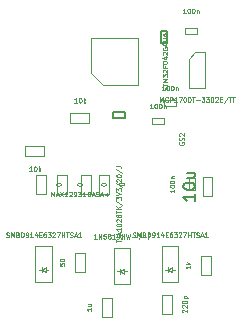
<source format=gbr>
G04 #@! TF.GenerationSoftware,KiCad,Pcbnew,(2018-02-16 revision c95340fba)-makepkg*
G04 #@! TF.CreationDate,2018-04-19T06:34:26+02:00*
G04 #@! TF.ProjectId,LIN_USB_CONVERTER,4C494E5F5553425F434F4E5645525445,rev?*
G04 #@! TF.SameCoordinates,Original*
G04 #@! TF.FileFunction,Other,Fab,Top*
%FSLAX46Y46*%
G04 Gerber Fmt 4.6, Leading zero omitted, Abs format (unit mm)*
G04 Created by KiCad (PCBNEW (2018-02-16 revision c95340fba)-makepkg) date 04/19/18 06:34:26*
%MOMM*%
%LPD*%
G01*
G04 APERTURE LIST*
%ADD10C,0.100000*%
%ADD11C,0.150000*%
%ADD12C,0.090000*%
G04 APERTURE END LIST*
D10*
X156751000Y-97760500D02*
X156751000Y-99360500D01*
X156751000Y-99360500D02*
X155951000Y-99360500D01*
X155951000Y-99360500D02*
X155951000Y-97760500D01*
X155951000Y-97760500D02*
X156751000Y-97760500D01*
X154831000Y-97870000D02*
X155331000Y-97870000D01*
X154831000Y-98870000D02*
X154831000Y-97870000D01*
X155331000Y-98870000D02*
X154831000Y-98870000D01*
X155331000Y-97870000D02*
X155331000Y-98870000D01*
X147482000Y-89964000D02*
X146482000Y-88964000D01*
X150482000Y-89964000D02*
X147482000Y-89964000D01*
X150482000Y-85964000D02*
X150482000Y-89964000D01*
X146482000Y-85964000D02*
X150482000Y-85964000D01*
X146482000Y-88964000D02*
X146482000Y-85964000D01*
D11*
X152418000Y-85424000D02*
X152918000Y-85424000D01*
X152418000Y-86424000D02*
X152418000Y-85424000D01*
X152918000Y-86424000D02*
X152418000Y-86424000D01*
X152918000Y-85424000D02*
X152918000Y-86424000D01*
X149358000Y-92278000D02*
X149358000Y-92778000D01*
X148358000Y-92278000D02*
X149358000Y-92278000D01*
X148358000Y-92778000D02*
X148358000Y-92278000D01*
X149358000Y-92778000D02*
X148358000Y-92778000D01*
D10*
X155454000Y-85166000D02*
X155454000Y-85666000D01*
X154454000Y-85166000D02*
X155454000Y-85166000D01*
X154454000Y-85666000D02*
X154454000Y-85166000D01*
X155454000Y-85666000D02*
X154454000Y-85666000D01*
X152522000Y-109330000D02*
X152522000Y-107730000D01*
X152522000Y-107730000D02*
X153322000Y-107730000D01*
X153322000Y-107730000D02*
X153322000Y-109330000D01*
X153322000Y-109330000D02*
X152522000Y-109330000D01*
X148242000Y-107984000D02*
X148242000Y-109584000D01*
X148242000Y-109584000D02*
X147442000Y-109584000D01*
X147442000Y-109584000D02*
X147442000Y-107984000D01*
X147442000Y-107984000D02*
X148242000Y-107984000D01*
X152660000Y-92786000D02*
X152660000Y-93286000D01*
X151660000Y-92786000D02*
X152660000Y-92786000D01*
X151660000Y-93286000D02*
X151660000Y-92786000D01*
X152660000Y-93286000D02*
X151660000Y-93286000D01*
X153676000Y-91262000D02*
X153676000Y-91762000D01*
X152676000Y-91262000D02*
X153676000Y-91262000D01*
X152676000Y-91762000D02*
X152676000Y-91262000D01*
X153676000Y-91762000D02*
X152676000Y-91762000D01*
X155824000Y-104428000D02*
X156624000Y-104428000D01*
X155824000Y-106028000D02*
X155824000Y-104428000D01*
X156624000Y-106028000D02*
X155824000Y-106028000D01*
X156624000Y-104428000D02*
X156624000Y-106028000D01*
X145156000Y-104174000D02*
X145956000Y-104174000D01*
X145156000Y-105774000D02*
X145156000Y-104174000D01*
X145956000Y-105774000D02*
X145156000Y-105774000D01*
X145956000Y-104174000D02*
X145956000Y-105774000D01*
X146356000Y-92382000D02*
X146356000Y-93182000D01*
X144756000Y-92382000D02*
X146356000Y-92382000D01*
X144756000Y-93182000D02*
X144756000Y-92382000D01*
X146356000Y-93182000D02*
X144756000Y-93182000D01*
X140946000Y-95976000D02*
X140946000Y-95176000D01*
X142546000Y-95976000D02*
X140946000Y-95976000D01*
X142546000Y-95176000D02*
X142546000Y-95976000D01*
X140946000Y-95176000D02*
X142546000Y-95176000D01*
X154762000Y-87768000D02*
X154762000Y-90218000D01*
X155312000Y-87198000D02*
X156162000Y-87198000D01*
X154762000Y-87768000D02*
X155312000Y-87198000D01*
X156162000Y-87198000D02*
X156162000Y-90238000D01*
X154762000Y-90238000D02*
X156162000Y-90238000D01*
X142642000Y-105612000D02*
X142892000Y-105612000D01*
X142642000Y-105412000D02*
X142342000Y-105612000D01*
X142642000Y-105812000D02*
X142642000Y-105412000D01*
X142342000Y-105612000D02*
X142642000Y-105812000D01*
X142342000Y-105612000D02*
X142092000Y-105612000D01*
X142342000Y-105812000D02*
X142342000Y-105412000D01*
X141792000Y-106682000D02*
X141792000Y-103642000D01*
X143192000Y-103642000D02*
X141792000Y-103642000D01*
X143192000Y-106682000D02*
X141792000Y-106682000D01*
X143192000Y-106682000D02*
X143192000Y-103642000D01*
X146464000Y-99170000D02*
X145664000Y-99170000D01*
X146464000Y-97570000D02*
X146464000Y-99170000D01*
X145664000Y-97570000D02*
X146464000Y-97570000D01*
X145664000Y-99170000D02*
X145664000Y-97570000D01*
X144432000Y-99170000D02*
X143632000Y-99170000D01*
X144432000Y-97570000D02*
X144432000Y-99170000D01*
X143632000Y-97570000D02*
X144432000Y-97570000D01*
X143632000Y-99170000D02*
X143632000Y-97570000D01*
X142654000Y-99170000D02*
X141854000Y-99170000D01*
X142654000Y-97570000D02*
X142654000Y-99170000D01*
X141854000Y-97570000D02*
X142654000Y-97570000D01*
X141854000Y-99170000D02*
X141854000Y-97570000D01*
X147988000Y-99158000D02*
X147188000Y-99158000D01*
X147988000Y-97558000D02*
X147988000Y-99158000D01*
X147188000Y-97558000D02*
X147988000Y-97558000D01*
X147188000Y-99158000D02*
X147188000Y-97558000D01*
X153342000Y-105612000D02*
X153592000Y-105612000D01*
X153342000Y-105412000D02*
X153042000Y-105612000D01*
X153342000Y-105812000D02*
X153342000Y-105412000D01*
X153042000Y-105612000D02*
X153342000Y-105812000D01*
X153042000Y-105612000D02*
X152792000Y-105612000D01*
X153042000Y-105812000D02*
X153042000Y-105412000D01*
X152492000Y-106682000D02*
X152492000Y-103642000D01*
X153892000Y-103642000D02*
X152492000Y-103642000D01*
X153892000Y-106682000D02*
X152492000Y-106682000D01*
X153892000Y-106682000D02*
X153892000Y-103642000D01*
X149278000Y-105744000D02*
X149528000Y-105744000D01*
X149278000Y-105544000D02*
X148978000Y-105744000D01*
X149278000Y-105944000D02*
X149278000Y-105544000D01*
X148978000Y-105744000D02*
X149278000Y-105944000D01*
X148978000Y-105744000D02*
X148728000Y-105744000D01*
X148978000Y-105944000D02*
X148978000Y-105544000D01*
X148428000Y-106814000D02*
X148428000Y-103774000D01*
X149828000Y-103774000D02*
X148428000Y-103774000D01*
X149828000Y-106814000D02*
X148428000Y-106814000D01*
X149828000Y-106814000D02*
X149828000Y-103774000D01*
D11*
X155303380Y-99203357D02*
X155303380Y-99774785D01*
X155303380Y-99489071D02*
X154303380Y-99489071D01*
X154446238Y-99584309D01*
X154541476Y-99679547D01*
X154589095Y-99774785D01*
X154303380Y-98584309D02*
X154303380Y-98489071D01*
X154351000Y-98393833D01*
X154398619Y-98346214D01*
X154493857Y-98298595D01*
X154684333Y-98250976D01*
X154922428Y-98250976D01*
X155112904Y-98298595D01*
X155208142Y-98346214D01*
X155255761Y-98393833D01*
X155303380Y-98489071D01*
X155303380Y-98584309D01*
X155255761Y-98679547D01*
X155208142Y-98727166D01*
X155112904Y-98774785D01*
X154922428Y-98822404D01*
X154684333Y-98822404D01*
X154493857Y-98774785D01*
X154398619Y-98727166D01*
X154351000Y-98679547D01*
X154303380Y-98584309D01*
X154636714Y-97393833D02*
X155303380Y-97393833D01*
X154636714Y-97822404D02*
X155160523Y-97822404D01*
X155255761Y-97774785D01*
X155303380Y-97679547D01*
X155303380Y-97536690D01*
X155255761Y-97441452D01*
X155208142Y-97393833D01*
D12*
X153561952Y-98817619D02*
X153561952Y-99046190D01*
X153561952Y-98931904D02*
X153161952Y-98931904D01*
X153219095Y-98970000D01*
X153257190Y-99008095D01*
X153276238Y-99046190D01*
X153161952Y-98570000D02*
X153161952Y-98531904D01*
X153181000Y-98493809D01*
X153200047Y-98474761D01*
X153238142Y-98455714D01*
X153314333Y-98436666D01*
X153409571Y-98436666D01*
X153485761Y-98455714D01*
X153523857Y-98474761D01*
X153542904Y-98493809D01*
X153561952Y-98531904D01*
X153561952Y-98570000D01*
X153542904Y-98608095D01*
X153523857Y-98627142D01*
X153485761Y-98646190D01*
X153409571Y-98665238D01*
X153314333Y-98665238D01*
X153238142Y-98646190D01*
X153200047Y-98627142D01*
X153181000Y-98608095D01*
X153161952Y-98570000D01*
X153161952Y-98189047D02*
X153161952Y-98150952D01*
X153181000Y-98112857D01*
X153200047Y-98093809D01*
X153238142Y-98074761D01*
X153314333Y-98055714D01*
X153409571Y-98055714D01*
X153485761Y-98074761D01*
X153523857Y-98093809D01*
X153542904Y-98112857D01*
X153561952Y-98150952D01*
X153561952Y-98189047D01*
X153542904Y-98227142D01*
X153523857Y-98246190D01*
X153485761Y-98265238D01*
X153409571Y-98284285D01*
X153314333Y-98284285D01*
X153238142Y-98265238D01*
X153200047Y-98246190D01*
X153181000Y-98227142D01*
X153161952Y-98189047D01*
X153295285Y-97884285D02*
X153561952Y-97884285D01*
X153333380Y-97884285D02*
X153314333Y-97865238D01*
X153295285Y-97827142D01*
X153295285Y-97770000D01*
X153314333Y-97731904D01*
X153352428Y-97712857D01*
X153561952Y-97712857D01*
X152936504Y-90424323D02*
X152955552Y-90367180D01*
X152955552Y-90271942D01*
X152936504Y-90233847D01*
X152917457Y-90214800D01*
X152879361Y-90195752D01*
X152841266Y-90195752D01*
X152803171Y-90214800D01*
X152784123Y-90233847D01*
X152765076Y-90271942D01*
X152746028Y-90348133D01*
X152726980Y-90386228D01*
X152707933Y-90405276D01*
X152669838Y-90424323D01*
X152631742Y-90424323D01*
X152593647Y-90405276D01*
X152574600Y-90386228D01*
X152555552Y-90348133D01*
X152555552Y-90252895D01*
X152574600Y-90195752D01*
X152555552Y-90081466D02*
X152555552Y-89852895D01*
X152955552Y-89967180D02*
X152555552Y-89967180D01*
X152955552Y-89719561D02*
X152555552Y-89719561D01*
X152841266Y-89586228D01*
X152555552Y-89452895D01*
X152955552Y-89452895D01*
X152555552Y-89300514D02*
X152555552Y-89052895D01*
X152707933Y-89186228D01*
X152707933Y-89129085D01*
X152726980Y-89090990D01*
X152746028Y-89071942D01*
X152784123Y-89052895D01*
X152879361Y-89052895D01*
X152917457Y-89071942D01*
X152936504Y-89090990D01*
X152955552Y-89129085D01*
X152955552Y-89243371D01*
X152936504Y-89281466D01*
X152917457Y-89300514D01*
X152593647Y-88900514D02*
X152574600Y-88881466D01*
X152555552Y-88843371D01*
X152555552Y-88748133D01*
X152574600Y-88710038D01*
X152593647Y-88690990D01*
X152631742Y-88671942D01*
X152669838Y-88671942D01*
X152726980Y-88690990D01*
X152955552Y-88919561D01*
X152955552Y-88671942D01*
X152746028Y-88367180D02*
X152746028Y-88500514D01*
X152955552Y-88500514D02*
X152555552Y-88500514D01*
X152555552Y-88310038D01*
X152555552Y-88081466D02*
X152555552Y-88043371D01*
X152574600Y-88005276D01*
X152593647Y-87986228D01*
X152631742Y-87967180D01*
X152707933Y-87948133D01*
X152803171Y-87948133D01*
X152879361Y-87967180D01*
X152917457Y-87986228D01*
X152936504Y-88005276D01*
X152955552Y-88043371D01*
X152955552Y-88081466D01*
X152936504Y-88119561D01*
X152917457Y-88138609D01*
X152879361Y-88157657D01*
X152803171Y-88176704D01*
X152707933Y-88176704D01*
X152631742Y-88157657D01*
X152593647Y-88138609D01*
X152574600Y-88119561D01*
X152555552Y-88081466D01*
X152688885Y-87605276D02*
X152955552Y-87605276D01*
X152536504Y-87700514D02*
X152822219Y-87795752D01*
X152822219Y-87548133D01*
X152593647Y-87414800D02*
X152574600Y-87395752D01*
X152555552Y-87357657D01*
X152555552Y-87262419D01*
X152574600Y-87224323D01*
X152593647Y-87205276D01*
X152631742Y-87186228D01*
X152669838Y-87186228D01*
X152726980Y-87205276D01*
X152955552Y-87433847D01*
X152955552Y-87186228D01*
X152574600Y-86805276D02*
X152555552Y-86843371D01*
X152555552Y-86900514D01*
X152574600Y-86957657D01*
X152612695Y-86995752D01*
X152650790Y-87014800D01*
X152726980Y-87033847D01*
X152784123Y-87033847D01*
X152860314Y-87014800D01*
X152898409Y-86995752D01*
X152936504Y-86957657D01*
X152955552Y-86900514D01*
X152955552Y-86862419D01*
X152936504Y-86805276D01*
X152917457Y-86786228D01*
X152784123Y-86786228D01*
X152784123Y-86862419D01*
X152688885Y-86443371D02*
X152955552Y-86443371D01*
X152536504Y-86538609D02*
X152822219Y-86633847D01*
X152822219Y-86386228D01*
X152555552Y-86233847D02*
X152879361Y-86233847D01*
X152917457Y-86214800D01*
X152936504Y-86195752D01*
X152955552Y-86157657D01*
X152955552Y-86081466D01*
X152936504Y-86043371D01*
X152917457Y-86024323D01*
X152879361Y-86005276D01*
X152555552Y-86005276D01*
X152555552Y-85643371D02*
X152555552Y-85719561D01*
X152574600Y-85757657D01*
X152593647Y-85776704D01*
X152650790Y-85814800D01*
X152726980Y-85833847D01*
X152879361Y-85833847D01*
X152917457Y-85814800D01*
X152936504Y-85795752D01*
X152955552Y-85757657D01*
X152955552Y-85681466D01*
X152936504Y-85643371D01*
X152917457Y-85624323D01*
X152879361Y-85605276D01*
X152784123Y-85605276D01*
X152746028Y-85624323D01*
X152726980Y-85643371D01*
X152707933Y-85681466D01*
X152707933Y-85757657D01*
X152726980Y-85795752D01*
X152746028Y-85814800D01*
X152784123Y-85833847D01*
X154506380Y-83896952D02*
X154277809Y-83896952D01*
X154392095Y-83896952D02*
X154392095Y-83496952D01*
X154354000Y-83554095D01*
X154315904Y-83592190D01*
X154277809Y-83611238D01*
X154754000Y-83496952D02*
X154792095Y-83496952D01*
X154830190Y-83516000D01*
X154849238Y-83535047D01*
X154868285Y-83573142D01*
X154887333Y-83649333D01*
X154887333Y-83744571D01*
X154868285Y-83820761D01*
X154849238Y-83858857D01*
X154830190Y-83877904D01*
X154792095Y-83896952D01*
X154754000Y-83896952D01*
X154715904Y-83877904D01*
X154696857Y-83858857D01*
X154677809Y-83820761D01*
X154658761Y-83744571D01*
X154658761Y-83649333D01*
X154677809Y-83573142D01*
X154696857Y-83535047D01*
X154715904Y-83516000D01*
X154754000Y-83496952D01*
X155134952Y-83496952D02*
X155173047Y-83496952D01*
X155211142Y-83516000D01*
X155230190Y-83535047D01*
X155249238Y-83573142D01*
X155268285Y-83649333D01*
X155268285Y-83744571D01*
X155249238Y-83820761D01*
X155230190Y-83858857D01*
X155211142Y-83877904D01*
X155173047Y-83896952D01*
X155134952Y-83896952D01*
X155096857Y-83877904D01*
X155077809Y-83858857D01*
X155058761Y-83820761D01*
X155039714Y-83744571D01*
X155039714Y-83649333D01*
X155058761Y-83573142D01*
X155077809Y-83535047D01*
X155096857Y-83516000D01*
X155134952Y-83496952D01*
X155439714Y-83630285D02*
X155439714Y-83896952D01*
X155439714Y-83668380D02*
X155458761Y-83649333D01*
X155496857Y-83630285D01*
X155554000Y-83630285D01*
X155592095Y-83649333D01*
X155611142Y-83687428D01*
X155611142Y-83896952D01*
X154241047Y-109206190D02*
X154222000Y-109187142D01*
X154202952Y-109149047D01*
X154202952Y-109053809D01*
X154222000Y-109015714D01*
X154241047Y-108996666D01*
X154279142Y-108977619D01*
X154317238Y-108977619D01*
X154374380Y-108996666D01*
X154602952Y-109225238D01*
X154602952Y-108977619D01*
X154241047Y-108825238D02*
X154222000Y-108806190D01*
X154202952Y-108768095D01*
X154202952Y-108672857D01*
X154222000Y-108634761D01*
X154241047Y-108615714D01*
X154279142Y-108596666D01*
X154317238Y-108596666D01*
X154374380Y-108615714D01*
X154602952Y-108844285D01*
X154602952Y-108596666D01*
X154202952Y-108349047D02*
X154202952Y-108310952D01*
X154222000Y-108272857D01*
X154241047Y-108253809D01*
X154279142Y-108234761D01*
X154355333Y-108215714D01*
X154450571Y-108215714D01*
X154526761Y-108234761D01*
X154564857Y-108253809D01*
X154583904Y-108272857D01*
X154602952Y-108310952D01*
X154602952Y-108349047D01*
X154583904Y-108387142D01*
X154564857Y-108406190D01*
X154526761Y-108425238D01*
X154450571Y-108444285D01*
X154355333Y-108444285D01*
X154279142Y-108425238D01*
X154241047Y-108406190D01*
X154222000Y-108387142D01*
X154202952Y-108349047D01*
X154336285Y-108044285D02*
X154736285Y-108044285D01*
X154355333Y-108044285D02*
X154336285Y-108006190D01*
X154336285Y-107930000D01*
X154355333Y-107891904D01*
X154374380Y-107872857D01*
X154412476Y-107853809D01*
X154526761Y-107853809D01*
X154564857Y-107872857D01*
X154583904Y-107891904D01*
X154602952Y-107930000D01*
X154602952Y-108006190D01*
X154583904Y-108044285D01*
X146522952Y-108850666D02*
X146522952Y-109079238D01*
X146522952Y-108964952D02*
X146122952Y-108964952D01*
X146180095Y-109003047D01*
X146218190Y-109041142D01*
X146237238Y-109079238D01*
X146256285Y-108507809D02*
X146522952Y-108507809D01*
X146256285Y-108679238D02*
X146465809Y-108679238D01*
X146503904Y-108660190D01*
X146522952Y-108622095D01*
X146522952Y-108564952D01*
X146503904Y-108526857D01*
X146484857Y-108507809D01*
X151712380Y-91946952D02*
X151483809Y-91946952D01*
X151598095Y-91946952D02*
X151598095Y-91546952D01*
X151560000Y-91604095D01*
X151521904Y-91642190D01*
X151483809Y-91661238D01*
X151960000Y-91546952D02*
X151998095Y-91546952D01*
X152036190Y-91566000D01*
X152055238Y-91585047D01*
X152074285Y-91623142D01*
X152093333Y-91699333D01*
X152093333Y-91794571D01*
X152074285Y-91870761D01*
X152055238Y-91908857D01*
X152036190Y-91927904D01*
X151998095Y-91946952D01*
X151960000Y-91946952D01*
X151921904Y-91927904D01*
X151902857Y-91908857D01*
X151883809Y-91870761D01*
X151864761Y-91794571D01*
X151864761Y-91699333D01*
X151883809Y-91623142D01*
X151902857Y-91585047D01*
X151921904Y-91566000D01*
X151960000Y-91546952D01*
X152340952Y-91546952D02*
X152379047Y-91546952D01*
X152417142Y-91566000D01*
X152436190Y-91585047D01*
X152455238Y-91623142D01*
X152474285Y-91699333D01*
X152474285Y-91794571D01*
X152455238Y-91870761D01*
X152436190Y-91908857D01*
X152417142Y-91927904D01*
X152379047Y-91946952D01*
X152340952Y-91946952D01*
X152302857Y-91927904D01*
X152283809Y-91908857D01*
X152264761Y-91870761D01*
X152245714Y-91794571D01*
X152245714Y-91699333D01*
X152264761Y-91623142D01*
X152283809Y-91585047D01*
X152302857Y-91566000D01*
X152340952Y-91546952D01*
X152645714Y-91680285D02*
X152645714Y-91946952D01*
X152645714Y-91718380D02*
X152664761Y-91699333D01*
X152702857Y-91680285D01*
X152760000Y-91680285D01*
X152798095Y-91699333D01*
X152817142Y-91737428D01*
X152817142Y-91946952D01*
X152728380Y-90422952D02*
X152499809Y-90422952D01*
X152614095Y-90422952D02*
X152614095Y-90022952D01*
X152576000Y-90080095D01*
X152537904Y-90118190D01*
X152499809Y-90137238D01*
X152976000Y-90022952D02*
X153014095Y-90022952D01*
X153052190Y-90042000D01*
X153071238Y-90061047D01*
X153090285Y-90099142D01*
X153109333Y-90175333D01*
X153109333Y-90270571D01*
X153090285Y-90346761D01*
X153071238Y-90384857D01*
X153052190Y-90403904D01*
X153014095Y-90422952D01*
X152976000Y-90422952D01*
X152937904Y-90403904D01*
X152918857Y-90384857D01*
X152899809Y-90346761D01*
X152880761Y-90270571D01*
X152880761Y-90175333D01*
X152899809Y-90099142D01*
X152918857Y-90061047D01*
X152937904Y-90042000D01*
X152976000Y-90022952D01*
X153356952Y-90022952D02*
X153395047Y-90022952D01*
X153433142Y-90042000D01*
X153452190Y-90061047D01*
X153471238Y-90099142D01*
X153490285Y-90175333D01*
X153490285Y-90270571D01*
X153471238Y-90346761D01*
X153452190Y-90384857D01*
X153433142Y-90403904D01*
X153395047Y-90422952D01*
X153356952Y-90422952D01*
X153318857Y-90403904D01*
X153299809Y-90384857D01*
X153280761Y-90346761D01*
X153261714Y-90270571D01*
X153261714Y-90175333D01*
X153280761Y-90099142D01*
X153299809Y-90061047D01*
X153318857Y-90042000D01*
X153356952Y-90022952D01*
X153661714Y-90156285D02*
X153661714Y-90422952D01*
X153661714Y-90194380D02*
X153680761Y-90175333D01*
X153718857Y-90156285D01*
X153776000Y-90156285D01*
X153814095Y-90175333D01*
X153833142Y-90213428D01*
X153833142Y-90422952D01*
X153970000Y-94836190D02*
X153950952Y-94874285D01*
X153950952Y-94931428D01*
X153970000Y-94988571D01*
X154008095Y-95026666D01*
X154046190Y-95045714D01*
X154122380Y-95064761D01*
X154179523Y-95064761D01*
X154255714Y-95045714D01*
X154293809Y-95026666D01*
X154331904Y-94988571D01*
X154350952Y-94931428D01*
X154350952Y-94893333D01*
X154331904Y-94836190D01*
X154312857Y-94817142D01*
X154179523Y-94817142D01*
X154179523Y-94893333D01*
X154331904Y-94664761D02*
X154350952Y-94607619D01*
X154350952Y-94512380D01*
X154331904Y-94474285D01*
X154312857Y-94455238D01*
X154274761Y-94436190D01*
X154236666Y-94436190D01*
X154198571Y-94455238D01*
X154179523Y-94474285D01*
X154160476Y-94512380D01*
X154141428Y-94588571D01*
X154122380Y-94626666D01*
X154103333Y-94645714D01*
X154065238Y-94664761D01*
X154027142Y-94664761D01*
X153989047Y-94645714D01*
X153970000Y-94626666D01*
X153950952Y-94588571D01*
X153950952Y-94493333D01*
X153970000Y-94436190D01*
X153989047Y-94283809D02*
X153970000Y-94264761D01*
X153950952Y-94226666D01*
X153950952Y-94131428D01*
X153970000Y-94093333D01*
X153989047Y-94074285D01*
X154027142Y-94055238D01*
X154065238Y-94055238D01*
X154122380Y-94074285D01*
X154350952Y-94302857D01*
X154350952Y-94055238D01*
X154904952Y-105275619D02*
X154904952Y-105504190D01*
X154904952Y-105389904D02*
X154504952Y-105389904D01*
X154562095Y-105428000D01*
X154600190Y-105466095D01*
X154619238Y-105504190D01*
X154904952Y-105104190D02*
X154504952Y-105104190D01*
X154752571Y-105066095D02*
X154904952Y-104951809D01*
X154638285Y-104951809D02*
X154790666Y-105104190D01*
X143836952Y-105069238D02*
X143836952Y-105259714D01*
X144027428Y-105278761D01*
X144008380Y-105259714D01*
X143989333Y-105221619D01*
X143989333Y-105126380D01*
X144008380Y-105088285D01*
X144027428Y-105069238D01*
X144065523Y-105050190D01*
X144160761Y-105050190D01*
X144198857Y-105069238D01*
X144217904Y-105088285D01*
X144236952Y-105126380D01*
X144236952Y-105221619D01*
X144217904Y-105259714D01*
X144198857Y-105278761D01*
X143836952Y-104802571D02*
X143836952Y-104764476D01*
X143856000Y-104726380D01*
X143875047Y-104707333D01*
X143913142Y-104688285D01*
X143989333Y-104669238D01*
X144084571Y-104669238D01*
X144160761Y-104688285D01*
X144198857Y-104707333D01*
X144217904Y-104726380D01*
X144236952Y-104764476D01*
X144236952Y-104802571D01*
X144217904Y-104840666D01*
X144198857Y-104859714D01*
X144160761Y-104878761D01*
X144084571Y-104897809D01*
X143989333Y-104897809D01*
X143913142Y-104878761D01*
X143875047Y-104859714D01*
X143856000Y-104840666D01*
X143836952Y-104802571D01*
X145317904Y-91462952D02*
X145089333Y-91462952D01*
X145203619Y-91462952D02*
X145203619Y-91062952D01*
X145165523Y-91120095D01*
X145127428Y-91158190D01*
X145089333Y-91177238D01*
X145565523Y-91062952D02*
X145603619Y-91062952D01*
X145641714Y-91082000D01*
X145660761Y-91101047D01*
X145679809Y-91139142D01*
X145698857Y-91215333D01*
X145698857Y-91310571D01*
X145679809Y-91386761D01*
X145660761Y-91424857D01*
X145641714Y-91443904D01*
X145603619Y-91462952D01*
X145565523Y-91462952D01*
X145527428Y-91443904D01*
X145508380Y-91424857D01*
X145489333Y-91386761D01*
X145470285Y-91310571D01*
X145470285Y-91215333D01*
X145489333Y-91139142D01*
X145508380Y-91101047D01*
X145527428Y-91082000D01*
X145565523Y-91062952D01*
X145870285Y-91462952D02*
X145870285Y-91062952D01*
X145908380Y-91310571D02*
X146022666Y-91462952D01*
X146022666Y-91196285D02*
X145870285Y-91348666D01*
X141507904Y-97256952D02*
X141279333Y-97256952D01*
X141393619Y-97256952D02*
X141393619Y-96856952D01*
X141355523Y-96914095D01*
X141317428Y-96952190D01*
X141279333Y-96971238D01*
X141755523Y-96856952D02*
X141793619Y-96856952D01*
X141831714Y-96876000D01*
X141850761Y-96895047D01*
X141869809Y-96933142D01*
X141888857Y-97009333D01*
X141888857Y-97104571D01*
X141869809Y-97180761D01*
X141850761Y-97218857D01*
X141831714Y-97237904D01*
X141793619Y-97256952D01*
X141755523Y-97256952D01*
X141717428Y-97237904D01*
X141698380Y-97218857D01*
X141679333Y-97180761D01*
X141660285Y-97104571D01*
X141660285Y-97009333D01*
X141679333Y-96933142D01*
X141698380Y-96895047D01*
X141717428Y-96876000D01*
X141755523Y-96856952D01*
X142060285Y-97256952D02*
X142060285Y-96856952D01*
X142098380Y-97104571D02*
X142212666Y-97256952D01*
X142212666Y-96990285D02*
X142060285Y-97142666D01*
X152309619Y-91398952D02*
X152309619Y-90998952D01*
X152442952Y-91284666D01*
X152576285Y-90998952D01*
X152576285Y-91398952D01*
X152995333Y-91360857D02*
X152976285Y-91379904D01*
X152919142Y-91398952D01*
X152881047Y-91398952D01*
X152823904Y-91379904D01*
X152785809Y-91341809D01*
X152766761Y-91303714D01*
X152747714Y-91227523D01*
X152747714Y-91170380D01*
X152766761Y-91094190D01*
X152785809Y-91056095D01*
X152823904Y-91018000D01*
X152881047Y-90998952D01*
X152919142Y-90998952D01*
X152976285Y-91018000D01*
X152995333Y-91037047D01*
X153166761Y-91398952D02*
X153166761Y-90998952D01*
X153319142Y-90998952D01*
X153357238Y-91018000D01*
X153376285Y-91037047D01*
X153395333Y-91075142D01*
X153395333Y-91132285D01*
X153376285Y-91170380D01*
X153357238Y-91189428D01*
X153319142Y-91208476D01*
X153166761Y-91208476D01*
X153776285Y-91398952D02*
X153547714Y-91398952D01*
X153662000Y-91398952D02*
X153662000Y-90998952D01*
X153623904Y-91056095D01*
X153585809Y-91094190D01*
X153547714Y-91113238D01*
X153909619Y-90998952D02*
X154176285Y-90998952D01*
X154004857Y-91398952D01*
X154404857Y-90998952D02*
X154442952Y-90998952D01*
X154481047Y-91018000D01*
X154500095Y-91037047D01*
X154519142Y-91075142D01*
X154538190Y-91151333D01*
X154538190Y-91246571D01*
X154519142Y-91322761D01*
X154500095Y-91360857D01*
X154481047Y-91379904D01*
X154442952Y-91398952D01*
X154404857Y-91398952D01*
X154366761Y-91379904D01*
X154347714Y-91360857D01*
X154328666Y-91322761D01*
X154309619Y-91246571D01*
X154309619Y-91151333D01*
X154328666Y-91075142D01*
X154347714Y-91037047D01*
X154366761Y-91018000D01*
X154404857Y-90998952D01*
X154785809Y-90998952D02*
X154823904Y-90998952D01*
X154862000Y-91018000D01*
X154881047Y-91037047D01*
X154900095Y-91075142D01*
X154919142Y-91151333D01*
X154919142Y-91246571D01*
X154900095Y-91322761D01*
X154881047Y-91360857D01*
X154862000Y-91379904D01*
X154823904Y-91398952D01*
X154785809Y-91398952D01*
X154747714Y-91379904D01*
X154728666Y-91360857D01*
X154709619Y-91322761D01*
X154690571Y-91246571D01*
X154690571Y-91151333D01*
X154709619Y-91075142D01*
X154728666Y-91037047D01*
X154747714Y-91018000D01*
X154785809Y-90998952D01*
X155033428Y-90998952D02*
X155262000Y-90998952D01*
X155147714Y-91398952D02*
X155147714Y-90998952D01*
X155395333Y-91246571D02*
X155700095Y-91246571D01*
X155852476Y-90998952D02*
X156100095Y-90998952D01*
X155966761Y-91151333D01*
X156023904Y-91151333D01*
X156062000Y-91170380D01*
X156081047Y-91189428D01*
X156100095Y-91227523D01*
X156100095Y-91322761D01*
X156081047Y-91360857D01*
X156062000Y-91379904D01*
X156023904Y-91398952D01*
X155909619Y-91398952D01*
X155871523Y-91379904D01*
X155852476Y-91360857D01*
X156233428Y-90998952D02*
X156481047Y-90998952D01*
X156347714Y-91151333D01*
X156404857Y-91151333D01*
X156442952Y-91170380D01*
X156462000Y-91189428D01*
X156481047Y-91227523D01*
X156481047Y-91322761D01*
X156462000Y-91360857D01*
X156442952Y-91379904D01*
X156404857Y-91398952D01*
X156290571Y-91398952D01*
X156252476Y-91379904D01*
X156233428Y-91360857D01*
X156728666Y-90998952D02*
X156766761Y-90998952D01*
X156804857Y-91018000D01*
X156823904Y-91037047D01*
X156842952Y-91075142D01*
X156862000Y-91151333D01*
X156862000Y-91246571D01*
X156842952Y-91322761D01*
X156823904Y-91360857D01*
X156804857Y-91379904D01*
X156766761Y-91398952D01*
X156728666Y-91398952D01*
X156690571Y-91379904D01*
X156671523Y-91360857D01*
X156652476Y-91322761D01*
X156633428Y-91246571D01*
X156633428Y-91151333D01*
X156652476Y-91075142D01*
X156671523Y-91037047D01*
X156690571Y-91018000D01*
X156728666Y-90998952D01*
X157014380Y-91037047D02*
X157033428Y-91018000D01*
X157071523Y-90998952D01*
X157166761Y-90998952D01*
X157204857Y-91018000D01*
X157223904Y-91037047D01*
X157242952Y-91075142D01*
X157242952Y-91113238D01*
X157223904Y-91170380D01*
X156995333Y-91398952D01*
X157242952Y-91398952D01*
X157414380Y-91189428D02*
X157547714Y-91189428D01*
X157604857Y-91398952D02*
X157414380Y-91398952D01*
X157414380Y-90998952D01*
X157604857Y-90998952D01*
X158062000Y-90979904D02*
X157719142Y-91494190D01*
X158138190Y-90998952D02*
X158366761Y-90998952D01*
X158252476Y-91398952D02*
X158252476Y-90998952D01*
X158442952Y-90998952D02*
X158671523Y-90998952D01*
X158557238Y-91398952D02*
X158557238Y-90998952D01*
X139320571Y-102823904D02*
X139377714Y-102842952D01*
X139472952Y-102842952D01*
X139511047Y-102823904D01*
X139530095Y-102804857D01*
X139549142Y-102766761D01*
X139549142Y-102728666D01*
X139530095Y-102690571D01*
X139511047Y-102671523D01*
X139472952Y-102652476D01*
X139396761Y-102633428D01*
X139358666Y-102614380D01*
X139339619Y-102595333D01*
X139320571Y-102557238D01*
X139320571Y-102519142D01*
X139339619Y-102481047D01*
X139358666Y-102462000D01*
X139396761Y-102442952D01*
X139492000Y-102442952D01*
X139549142Y-102462000D01*
X139720571Y-102842952D02*
X139720571Y-102442952D01*
X139853904Y-102728666D01*
X139987238Y-102442952D01*
X139987238Y-102842952D01*
X140311047Y-102633428D02*
X140368190Y-102652476D01*
X140387238Y-102671523D01*
X140406285Y-102709619D01*
X140406285Y-102766761D01*
X140387238Y-102804857D01*
X140368190Y-102823904D01*
X140330095Y-102842952D01*
X140177714Y-102842952D01*
X140177714Y-102442952D01*
X140311047Y-102442952D01*
X140349142Y-102462000D01*
X140368190Y-102481047D01*
X140387238Y-102519142D01*
X140387238Y-102557238D01*
X140368190Y-102595333D01*
X140349142Y-102614380D01*
X140311047Y-102633428D01*
X140177714Y-102633428D01*
X140577714Y-102842952D02*
X140577714Y-102442952D01*
X140672952Y-102442952D01*
X140730095Y-102462000D01*
X140768190Y-102500095D01*
X140787238Y-102538190D01*
X140806285Y-102614380D01*
X140806285Y-102671523D01*
X140787238Y-102747714D01*
X140768190Y-102785809D01*
X140730095Y-102823904D01*
X140672952Y-102842952D01*
X140577714Y-102842952D01*
X140996761Y-102842952D02*
X141072952Y-102842952D01*
X141111047Y-102823904D01*
X141130095Y-102804857D01*
X141168190Y-102747714D01*
X141187238Y-102671523D01*
X141187238Y-102519142D01*
X141168190Y-102481047D01*
X141149142Y-102462000D01*
X141111047Y-102442952D01*
X141034857Y-102442952D01*
X140996761Y-102462000D01*
X140977714Y-102481047D01*
X140958666Y-102519142D01*
X140958666Y-102614380D01*
X140977714Y-102652476D01*
X140996761Y-102671523D01*
X141034857Y-102690571D01*
X141111047Y-102690571D01*
X141149142Y-102671523D01*
X141168190Y-102652476D01*
X141187238Y-102614380D01*
X141568190Y-102842952D02*
X141339619Y-102842952D01*
X141453904Y-102842952D02*
X141453904Y-102442952D01*
X141415809Y-102500095D01*
X141377714Y-102538190D01*
X141339619Y-102557238D01*
X141911047Y-102576285D02*
X141911047Y-102842952D01*
X141815809Y-102423904D02*
X141720571Y-102709619D01*
X141968190Y-102709619D01*
X142120571Y-102633428D02*
X142253904Y-102633428D01*
X142311047Y-102842952D02*
X142120571Y-102842952D01*
X142120571Y-102442952D01*
X142311047Y-102442952D01*
X142653904Y-102442952D02*
X142577714Y-102442952D01*
X142539619Y-102462000D01*
X142520571Y-102481047D01*
X142482476Y-102538190D01*
X142463428Y-102614380D01*
X142463428Y-102766761D01*
X142482476Y-102804857D01*
X142501523Y-102823904D01*
X142539619Y-102842952D01*
X142615809Y-102842952D01*
X142653904Y-102823904D01*
X142672952Y-102804857D01*
X142692000Y-102766761D01*
X142692000Y-102671523D01*
X142672952Y-102633428D01*
X142653904Y-102614380D01*
X142615809Y-102595333D01*
X142539619Y-102595333D01*
X142501523Y-102614380D01*
X142482476Y-102633428D01*
X142463428Y-102671523D01*
X142825333Y-102442952D02*
X143072952Y-102442952D01*
X142939619Y-102595333D01*
X142996761Y-102595333D01*
X143034857Y-102614380D01*
X143053904Y-102633428D01*
X143072952Y-102671523D01*
X143072952Y-102766761D01*
X143053904Y-102804857D01*
X143034857Y-102823904D01*
X142996761Y-102842952D01*
X142882476Y-102842952D01*
X142844380Y-102823904D01*
X142825333Y-102804857D01*
X143225333Y-102481047D02*
X143244380Y-102462000D01*
X143282476Y-102442952D01*
X143377714Y-102442952D01*
X143415809Y-102462000D01*
X143434857Y-102481047D01*
X143453904Y-102519142D01*
X143453904Y-102557238D01*
X143434857Y-102614380D01*
X143206285Y-102842952D01*
X143453904Y-102842952D01*
X143587238Y-102442952D02*
X143853904Y-102442952D01*
X143682476Y-102842952D01*
X144006285Y-102842952D02*
X144006285Y-102442952D01*
X144006285Y-102633428D02*
X144234857Y-102633428D01*
X144234857Y-102842952D02*
X144234857Y-102442952D01*
X144368190Y-102442952D02*
X144596761Y-102442952D01*
X144482476Y-102842952D02*
X144482476Y-102442952D01*
X144711047Y-102823904D02*
X144768190Y-102842952D01*
X144863428Y-102842952D01*
X144901523Y-102823904D01*
X144920571Y-102804857D01*
X144939619Y-102766761D01*
X144939619Y-102728666D01*
X144920571Y-102690571D01*
X144901523Y-102671523D01*
X144863428Y-102652476D01*
X144787238Y-102633428D01*
X144749142Y-102614380D01*
X144730095Y-102595333D01*
X144711047Y-102557238D01*
X144711047Y-102519142D01*
X144730095Y-102481047D01*
X144749142Y-102462000D01*
X144787238Y-102442952D01*
X144882476Y-102442952D01*
X144939619Y-102462000D01*
X145092000Y-102728666D02*
X145282476Y-102728666D01*
X145053904Y-102842952D02*
X145187238Y-102442952D01*
X145320571Y-102842952D01*
X145663428Y-102842952D02*
X145434857Y-102842952D01*
X145549142Y-102842952D02*
X145549142Y-102442952D01*
X145511047Y-102500095D01*
X145472952Y-102538190D01*
X145434857Y-102557238D01*
X147344952Y-98389047D02*
X147344952Y-98350952D01*
X147364000Y-98312857D01*
X147383047Y-98293809D01*
X147421142Y-98274761D01*
X147497333Y-98255714D01*
X147592571Y-98255714D01*
X147668761Y-98274761D01*
X147706857Y-98293809D01*
X147725904Y-98312857D01*
X147744952Y-98350952D01*
X147744952Y-98389047D01*
X147725904Y-98427142D01*
X147706857Y-98446190D01*
X147668761Y-98465238D01*
X147592571Y-98484285D01*
X147497333Y-98484285D01*
X147421142Y-98465238D01*
X147383047Y-98446190D01*
X147364000Y-98427142D01*
X147344952Y-98389047D01*
X145312952Y-98389047D02*
X145312952Y-98350952D01*
X145332000Y-98312857D01*
X145351047Y-98293809D01*
X145389142Y-98274761D01*
X145465333Y-98255714D01*
X145560571Y-98255714D01*
X145636761Y-98274761D01*
X145674857Y-98293809D01*
X145693904Y-98312857D01*
X145712952Y-98350952D01*
X145712952Y-98389047D01*
X145693904Y-98427142D01*
X145674857Y-98446190D01*
X145636761Y-98465238D01*
X145560571Y-98484285D01*
X145465333Y-98484285D01*
X145389142Y-98465238D01*
X145351047Y-98446190D01*
X145332000Y-98427142D01*
X145312952Y-98389047D01*
X143534952Y-98389047D02*
X143534952Y-98350952D01*
X143554000Y-98312857D01*
X143573047Y-98293809D01*
X143611142Y-98274761D01*
X143687333Y-98255714D01*
X143782571Y-98255714D01*
X143858761Y-98274761D01*
X143896857Y-98293809D01*
X143915904Y-98312857D01*
X143934952Y-98350952D01*
X143934952Y-98389047D01*
X143915904Y-98427142D01*
X143896857Y-98446190D01*
X143858761Y-98465238D01*
X143782571Y-98484285D01*
X143687333Y-98484285D01*
X143611142Y-98465238D01*
X143573047Y-98446190D01*
X143554000Y-98427142D01*
X143534952Y-98389047D01*
X148868952Y-98377047D02*
X148868952Y-98338952D01*
X148888000Y-98300857D01*
X148907047Y-98281809D01*
X148945142Y-98262761D01*
X149021333Y-98243714D01*
X149116571Y-98243714D01*
X149192761Y-98262761D01*
X149230857Y-98281809D01*
X149249904Y-98300857D01*
X149268952Y-98338952D01*
X149268952Y-98377047D01*
X149249904Y-98415142D01*
X149230857Y-98434190D01*
X149192761Y-98453238D01*
X149116571Y-98472285D01*
X149021333Y-98472285D01*
X148945142Y-98453238D01*
X148907047Y-98434190D01*
X148888000Y-98415142D01*
X148868952Y-98377047D01*
X150020571Y-102823904D02*
X150077714Y-102842952D01*
X150172952Y-102842952D01*
X150211047Y-102823904D01*
X150230095Y-102804857D01*
X150249142Y-102766761D01*
X150249142Y-102728666D01*
X150230095Y-102690571D01*
X150211047Y-102671523D01*
X150172952Y-102652476D01*
X150096761Y-102633428D01*
X150058666Y-102614380D01*
X150039619Y-102595333D01*
X150020571Y-102557238D01*
X150020571Y-102519142D01*
X150039619Y-102481047D01*
X150058666Y-102462000D01*
X150096761Y-102442952D01*
X150192000Y-102442952D01*
X150249142Y-102462000D01*
X150420571Y-102842952D02*
X150420571Y-102442952D01*
X150553904Y-102728666D01*
X150687238Y-102442952D01*
X150687238Y-102842952D01*
X151011047Y-102633428D02*
X151068190Y-102652476D01*
X151087238Y-102671523D01*
X151106285Y-102709619D01*
X151106285Y-102766761D01*
X151087238Y-102804857D01*
X151068190Y-102823904D01*
X151030095Y-102842952D01*
X150877714Y-102842952D01*
X150877714Y-102442952D01*
X151011047Y-102442952D01*
X151049142Y-102462000D01*
X151068190Y-102481047D01*
X151087238Y-102519142D01*
X151087238Y-102557238D01*
X151068190Y-102595333D01*
X151049142Y-102614380D01*
X151011047Y-102633428D01*
X150877714Y-102633428D01*
X151277714Y-102842952D02*
X151277714Y-102442952D01*
X151372952Y-102442952D01*
X151430095Y-102462000D01*
X151468190Y-102500095D01*
X151487238Y-102538190D01*
X151506285Y-102614380D01*
X151506285Y-102671523D01*
X151487238Y-102747714D01*
X151468190Y-102785809D01*
X151430095Y-102823904D01*
X151372952Y-102842952D01*
X151277714Y-102842952D01*
X151696761Y-102842952D02*
X151772952Y-102842952D01*
X151811047Y-102823904D01*
X151830095Y-102804857D01*
X151868190Y-102747714D01*
X151887238Y-102671523D01*
X151887238Y-102519142D01*
X151868190Y-102481047D01*
X151849142Y-102462000D01*
X151811047Y-102442952D01*
X151734857Y-102442952D01*
X151696761Y-102462000D01*
X151677714Y-102481047D01*
X151658666Y-102519142D01*
X151658666Y-102614380D01*
X151677714Y-102652476D01*
X151696761Y-102671523D01*
X151734857Y-102690571D01*
X151811047Y-102690571D01*
X151849142Y-102671523D01*
X151868190Y-102652476D01*
X151887238Y-102614380D01*
X152268190Y-102842952D02*
X152039619Y-102842952D01*
X152153904Y-102842952D02*
X152153904Y-102442952D01*
X152115809Y-102500095D01*
X152077714Y-102538190D01*
X152039619Y-102557238D01*
X152611047Y-102576285D02*
X152611047Y-102842952D01*
X152515809Y-102423904D02*
X152420571Y-102709619D01*
X152668190Y-102709619D01*
X152820571Y-102633428D02*
X152953904Y-102633428D01*
X153011047Y-102842952D02*
X152820571Y-102842952D01*
X152820571Y-102442952D01*
X153011047Y-102442952D01*
X153353904Y-102442952D02*
X153277714Y-102442952D01*
X153239619Y-102462000D01*
X153220571Y-102481047D01*
X153182476Y-102538190D01*
X153163428Y-102614380D01*
X153163428Y-102766761D01*
X153182476Y-102804857D01*
X153201523Y-102823904D01*
X153239619Y-102842952D01*
X153315809Y-102842952D01*
X153353904Y-102823904D01*
X153372952Y-102804857D01*
X153392000Y-102766761D01*
X153392000Y-102671523D01*
X153372952Y-102633428D01*
X153353904Y-102614380D01*
X153315809Y-102595333D01*
X153239619Y-102595333D01*
X153201523Y-102614380D01*
X153182476Y-102633428D01*
X153163428Y-102671523D01*
X153525333Y-102442952D02*
X153772952Y-102442952D01*
X153639619Y-102595333D01*
X153696761Y-102595333D01*
X153734857Y-102614380D01*
X153753904Y-102633428D01*
X153772952Y-102671523D01*
X153772952Y-102766761D01*
X153753904Y-102804857D01*
X153734857Y-102823904D01*
X153696761Y-102842952D01*
X153582476Y-102842952D01*
X153544380Y-102823904D01*
X153525333Y-102804857D01*
X153925333Y-102481047D02*
X153944380Y-102462000D01*
X153982476Y-102442952D01*
X154077714Y-102442952D01*
X154115809Y-102462000D01*
X154134857Y-102481047D01*
X154153904Y-102519142D01*
X154153904Y-102557238D01*
X154134857Y-102614380D01*
X153906285Y-102842952D01*
X154153904Y-102842952D01*
X154287238Y-102442952D02*
X154553904Y-102442952D01*
X154382476Y-102842952D01*
X154706285Y-102842952D02*
X154706285Y-102442952D01*
X154706285Y-102633428D02*
X154934857Y-102633428D01*
X154934857Y-102842952D02*
X154934857Y-102442952D01*
X155068190Y-102442952D02*
X155296761Y-102442952D01*
X155182476Y-102842952D02*
X155182476Y-102442952D01*
X155411047Y-102823904D02*
X155468190Y-102842952D01*
X155563428Y-102842952D01*
X155601523Y-102823904D01*
X155620571Y-102804857D01*
X155639619Y-102766761D01*
X155639619Y-102728666D01*
X155620571Y-102690571D01*
X155601523Y-102671523D01*
X155563428Y-102652476D01*
X155487238Y-102633428D01*
X155449142Y-102614380D01*
X155430095Y-102595333D01*
X155411047Y-102557238D01*
X155411047Y-102519142D01*
X155430095Y-102481047D01*
X155449142Y-102462000D01*
X155487238Y-102442952D01*
X155582476Y-102442952D01*
X155639619Y-102462000D01*
X155792000Y-102728666D02*
X155982476Y-102728666D01*
X155753904Y-102842952D02*
X155887238Y-102442952D01*
X156020571Y-102842952D01*
X156363428Y-102842952D02*
X156134857Y-102842952D01*
X156249142Y-102842952D02*
X156249142Y-102442952D01*
X156211047Y-102500095D01*
X156172952Y-102538190D01*
X156134857Y-102557238D01*
X146975619Y-102974952D02*
X146747047Y-102974952D01*
X146861333Y-102974952D02*
X146861333Y-102574952D01*
X146823238Y-102632095D01*
X146785142Y-102670190D01*
X146747047Y-102689238D01*
X147147047Y-102974952D02*
X147147047Y-102574952D01*
X147375619Y-102974952D01*
X147375619Y-102574952D01*
X147756571Y-102574952D02*
X147566095Y-102574952D01*
X147547047Y-102765428D01*
X147566095Y-102746380D01*
X147604190Y-102727333D01*
X147699428Y-102727333D01*
X147737523Y-102746380D01*
X147756571Y-102765428D01*
X147775619Y-102803523D01*
X147775619Y-102898761D01*
X147756571Y-102936857D01*
X147737523Y-102955904D01*
X147699428Y-102974952D01*
X147604190Y-102974952D01*
X147566095Y-102955904D01*
X147547047Y-102936857D01*
X148004190Y-102746380D02*
X147966095Y-102727333D01*
X147947047Y-102708285D01*
X147928000Y-102670190D01*
X147928000Y-102651142D01*
X147947047Y-102613047D01*
X147966095Y-102594000D01*
X148004190Y-102574952D01*
X148080380Y-102574952D01*
X148118476Y-102594000D01*
X148137523Y-102613047D01*
X148156571Y-102651142D01*
X148156571Y-102670190D01*
X148137523Y-102708285D01*
X148118476Y-102727333D01*
X148080380Y-102746380D01*
X148004190Y-102746380D01*
X147966095Y-102765428D01*
X147947047Y-102784476D01*
X147928000Y-102822571D01*
X147928000Y-102898761D01*
X147947047Y-102936857D01*
X147966095Y-102955904D01*
X148004190Y-102974952D01*
X148080380Y-102974952D01*
X148118476Y-102955904D01*
X148137523Y-102936857D01*
X148156571Y-102898761D01*
X148156571Y-102822571D01*
X148137523Y-102784476D01*
X148118476Y-102765428D01*
X148080380Y-102746380D01*
X148537523Y-102974952D02*
X148308952Y-102974952D01*
X148423238Y-102974952D02*
X148423238Y-102574952D01*
X148385142Y-102632095D01*
X148347047Y-102670190D01*
X148308952Y-102689238D01*
X148728000Y-102974952D02*
X148804190Y-102974952D01*
X148842285Y-102955904D01*
X148861333Y-102936857D01*
X148899428Y-102879714D01*
X148918476Y-102803523D01*
X148918476Y-102651142D01*
X148899428Y-102613047D01*
X148880380Y-102594000D01*
X148842285Y-102574952D01*
X148766095Y-102574952D01*
X148728000Y-102594000D01*
X148708952Y-102613047D01*
X148689904Y-102651142D01*
X148689904Y-102746380D01*
X148708952Y-102784476D01*
X148728000Y-102803523D01*
X148766095Y-102822571D01*
X148842285Y-102822571D01*
X148880380Y-102803523D01*
X148899428Y-102784476D01*
X148918476Y-102746380D01*
X149089904Y-102974952D02*
X149089904Y-102574952D01*
X149089904Y-102765428D02*
X149318476Y-102765428D01*
X149318476Y-102974952D02*
X149318476Y-102574952D01*
X149470857Y-102574952D02*
X149566095Y-102974952D01*
X149642285Y-102689238D01*
X149718476Y-102974952D01*
X149813714Y-102574952D01*
X149966095Y-102822571D02*
X150270857Y-102822571D01*
X150423238Y-102574952D02*
X150689904Y-102574952D01*
X150518476Y-102974952D01*
X150842285Y-102822571D02*
X151147047Y-102822571D01*
X151470857Y-102765428D02*
X151337523Y-102765428D01*
X151337523Y-102974952D02*
X151337523Y-102574952D01*
X151528000Y-102574952D01*
X143112188Y-99409472D02*
X143112188Y-99009472D01*
X143245521Y-99295186D01*
X143378855Y-99009472D01*
X143378855Y-99409472D01*
X143550283Y-99295186D02*
X143740760Y-99295186D01*
X143512188Y-99409472D02*
X143645521Y-99009472D01*
X143778855Y-99409472D01*
X143874093Y-99009472D02*
X144140760Y-99409472D01*
X144140760Y-99009472D02*
X143874093Y-99409472D01*
X144502664Y-99409472D02*
X144274093Y-99409472D01*
X144388379Y-99409472D02*
X144388379Y-99009472D01*
X144350283Y-99066615D01*
X144312188Y-99104710D01*
X144274093Y-99123758D01*
X144655045Y-99047567D02*
X144674093Y-99028520D01*
X144712188Y-99009472D01*
X144807426Y-99009472D01*
X144845521Y-99028520D01*
X144864569Y-99047567D01*
X144883617Y-99085662D01*
X144883617Y-99123758D01*
X144864569Y-99180900D01*
X144635998Y-99409472D01*
X144883617Y-99409472D01*
X145074093Y-99409472D02*
X145150283Y-99409472D01*
X145188379Y-99390424D01*
X145207426Y-99371377D01*
X145245521Y-99314234D01*
X145264569Y-99238043D01*
X145264569Y-99085662D01*
X145245521Y-99047567D01*
X145226474Y-99028520D01*
X145188379Y-99009472D01*
X145112188Y-99009472D01*
X145074093Y-99028520D01*
X145055045Y-99047567D01*
X145035998Y-99085662D01*
X145035998Y-99180900D01*
X145055045Y-99218996D01*
X145074093Y-99238043D01*
X145112188Y-99257091D01*
X145188379Y-99257091D01*
X145226474Y-99238043D01*
X145245521Y-99218996D01*
X145264569Y-99180900D01*
X145397902Y-99009472D02*
X145645521Y-99009472D01*
X145512188Y-99161853D01*
X145569331Y-99161853D01*
X145607426Y-99180900D01*
X145626474Y-99199948D01*
X145645521Y-99238043D01*
X145645521Y-99333281D01*
X145626474Y-99371377D01*
X145607426Y-99390424D01*
X145569331Y-99409472D01*
X145455045Y-99409472D01*
X145416950Y-99390424D01*
X145397902Y-99371377D01*
X146026474Y-99409472D02*
X145797902Y-99409472D01*
X145912188Y-99409472D02*
X145912188Y-99009472D01*
X145874093Y-99066615D01*
X145835998Y-99104710D01*
X145797902Y-99123758D01*
X146331236Y-99199948D02*
X146388379Y-99218996D01*
X146407426Y-99238043D01*
X146426474Y-99276139D01*
X146426474Y-99333281D01*
X146407426Y-99371377D01*
X146388379Y-99390424D01*
X146350283Y-99409472D01*
X146197902Y-99409472D01*
X146197902Y-99009472D01*
X146331236Y-99009472D01*
X146369331Y-99028520D01*
X146388379Y-99047567D01*
X146407426Y-99085662D01*
X146407426Y-99123758D01*
X146388379Y-99161853D01*
X146369331Y-99180900D01*
X146331236Y-99199948D01*
X146197902Y-99199948D01*
X146578855Y-99295186D02*
X146769331Y-99295186D01*
X146540760Y-99409472D02*
X146674093Y-99009472D01*
X146807426Y-99409472D01*
X146921712Y-99390424D02*
X146978855Y-99409472D01*
X147074093Y-99409472D01*
X147112188Y-99390424D01*
X147131236Y-99371377D01*
X147150283Y-99333281D01*
X147150283Y-99295186D01*
X147131236Y-99257091D01*
X147112188Y-99238043D01*
X147074093Y-99218996D01*
X146997902Y-99199948D01*
X146959807Y-99180900D01*
X146940760Y-99161853D01*
X146921712Y-99123758D01*
X146921712Y-99085662D01*
X146940760Y-99047567D01*
X146959807Y-99028520D01*
X146997902Y-99009472D01*
X147093140Y-99009472D01*
X147150283Y-99028520D01*
X147302664Y-99295186D02*
X147493140Y-99295186D01*
X147264569Y-99409472D02*
X147397902Y-99009472D01*
X147531236Y-99409472D01*
X147664569Y-99257091D02*
X147969331Y-99257091D01*
X147816950Y-99409472D02*
X147816950Y-99104710D01*
X148638952Y-103302666D02*
X148638952Y-103074095D01*
X149038952Y-103188380D02*
X148638952Y-103188380D01*
X148638952Y-102826476D02*
X148924666Y-102826476D01*
X148981809Y-102845523D01*
X149019904Y-102883619D01*
X149038952Y-102940761D01*
X149038952Y-102978857D01*
X148924666Y-102655047D02*
X148924666Y-102464571D01*
X149038952Y-102693142D02*
X148638952Y-102559809D01*
X149038952Y-102426476D01*
X149038952Y-102083619D02*
X149038952Y-102312190D01*
X149038952Y-102197904D02*
X148638952Y-102197904D01*
X148696095Y-102236000D01*
X148734190Y-102274095D01*
X148753238Y-102312190D01*
X148638952Y-101836000D02*
X148638952Y-101797904D01*
X148658000Y-101759809D01*
X148677047Y-101740761D01*
X148715142Y-101721714D01*
X148791333Y-101702666D01*
X148886571Y-101702666D01*
X148962761Y-101721714D01*
X149000857Y-101740761D01*
X149019904Y-101759809D01*
X149038952Y-101797904D01*
X149038952Y-101836000D01*
X149019904Y-101874095D01*
X149000857Y-101893142D01*
X148962761Y-101912190D01*
X148886571Y-101931238D01*
X148791333Y-101931238D01*
X148715142Y-101912190D01*
X148677047Y-101893142D01*
X148658000Y-101874095D01*
X148638952Y-101836000D01*
X148677047Y-101550285D02*
X148658000Y-101531238D01*
X148638952Y-101493142D01*
X148638952Y-101397904D01*
X148658000Y-101359809D01*
X148677047Y-101340761D01*
X148715142Y-101321714D01*
X148753238Y-101321714D01*
X148810380Y-101340761D01*
X149038952Y-101569333D01*
X149038952Y-101321714D01*
X148810380Y-101093142D02*
X148791333Y-101131238D01*
X148772285Y-101150285D01*
X148734190Y-101169333D01*
X148715142Y-101169333D01*
X148677047Y-101150285D01*
X148658000Y-101131238D01*
X148638952Y-101093142D01*
X148638952Y-101016952D01*
X148658000Y-100978857D01*
X148677047Y-100959809D01*
X148715142Y-100940761D01*
X148734190Y-100940761D01*
X148772285Y-100959809D01*
X148791333Y-100978857D01*
X148810380Y-101016952D01*
X148810380Y-101093142D01*
X148829428Y-101131238D01*
X148848476Y-101150285D01*
X148886571Y-101169333D01*
X148962761Y-101169333D01*
X149000857Y-101150285D01*
X149019904Y-101131238D01*
X149038952Y-101093142D01*
X149038952Y-101016952D01*
X149019904Y-100978857D01*
X149000857Y-100959809D01*
X148962761Y-100940761D01*
X148886571Y-100940761D01*
X148848476Y-100959809D01*
X148829428Y-100978857D01*
X148810380Y-101016952D01*
X148638952Y-100826476D02*
X148638952Y-100597904D01*
X149038952Y-100712190D02*
X148638952Y-100712190D01*
X149038952Y-100464571D02*
X148638952Y-100464571D01*
X149038952Y-100236000D02*
X148810380Y-100407428D01*
X148638952Y-100236000D02*
X148867523Y-100464571D01*
X148619904Y-99778857D02*
X149134190Y-100121714D01*
X148638952Y-99683619D02*
X148638952Y-99436000D01*
X148791333Y-99569333D01*
X148791333Y-99512190D01*
X148810380Y-99474095D01*
X148829428Y-99455047D01*
X148867523Y-99436000D01*
X148962761Y-99436000D01*
X149000857Y-99455047D01*
X149019904Y-99474095D01*
X149038952Y-99512190D01*
X149038952Y-99626476D01*
X149019904Y-99664571D01*
X149000857Y-99683619D01*
X148638952Y-99321714D02*
X149038952Y-99188380D01*
X148638952Y-99055047D01*
X148638952Y-98959809D02*
X148638952Y-98712190D01*
X148791333Y-98845523D01*
X148791333Y-98788380D01*
X148810380Y-98750285D01*
X148829428Y-98731238D01*
X148867523Y-98712190D01*
X148962761Y-98712190D01*
X149000857Y-98731238D01*
X149019904Y-98750285D01*
X149038952Y-98788380D01*
X149038952Y-98902666D01*
X149019904Y-98940761D01*
X149000857Y-98959809D01*
X148619904Y-98255047D02*
X149134190Y-98597904D01*
X148677047Y-98140761D02*
X148658000Y-98121714D01*
X148638952Y-98083619D01*
X148638952Y-97988380D01*
X148658000Y-97950285D01*
X148677047Y-97931238D01*
X148715142Y-97912190D01*
X148753238Y-97912190D01*
X148810380Y-97931238D01*
X149038952Y-98159809D01*
X149038952Y-97912190D01*
X148638952Y-97664571D02*
X148638952Y-97626476D01*
X148658000Y-97588380D01*
X148677047Y-97569333D01*
X148715142Y-97550285D01*
X148791333Y-97531238D01*
X148886571Y-97531238D01*
X148962761Y-97550285D01*
X149000857Y-97569333D01*
X149019904Y-97588380D01*
X149038952Y-97626476D01*
X149038952Y-97664571D01*
X149019904Y-97702666D01*
X149000857Y-97721714D01*
X148962761Y-97740761D01*
X148886571Y-97759809D01*
X148791333Y-97759809D01*
X148715142Y-97740761D01*
X148677047Y-97721714D01*
X148658000Y-97702666D01*
X148638952Y-97664571D01*
X148619904Y-97074095D02*
X149134190Y-97416952D01*
X148638952Y-96826476D02*
X148924666Y-96826476D01*
X148981809Y-96845523D01*
X149019904Y-96883619D01*
X149038952Y-96940761D01*
X149038952Y-96978857D01*
M02*

</source>
